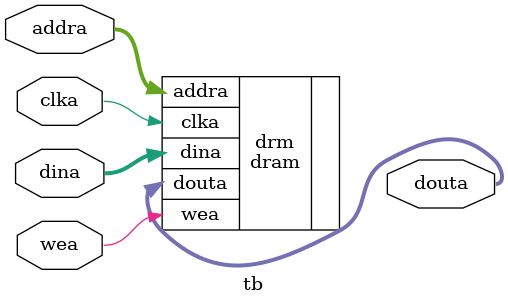
<source format=v>
`timescale 1ns / 1ps
module tb(input clka,
			 input wea,
			 input [14:0] addra,
			 input [7:0] dina,
			 output [7:0] douta
    );
	 
dram drm(
  .clka(clka), // input clka
  .wea(wea), // input [0 : 0] wea
  .addra(addra), // input [14 : 0] addra
  .dina(dina), // input [7 : 0] dina
  .douta(douta)); // output [7 : 0] douta
endmodule

</source>
